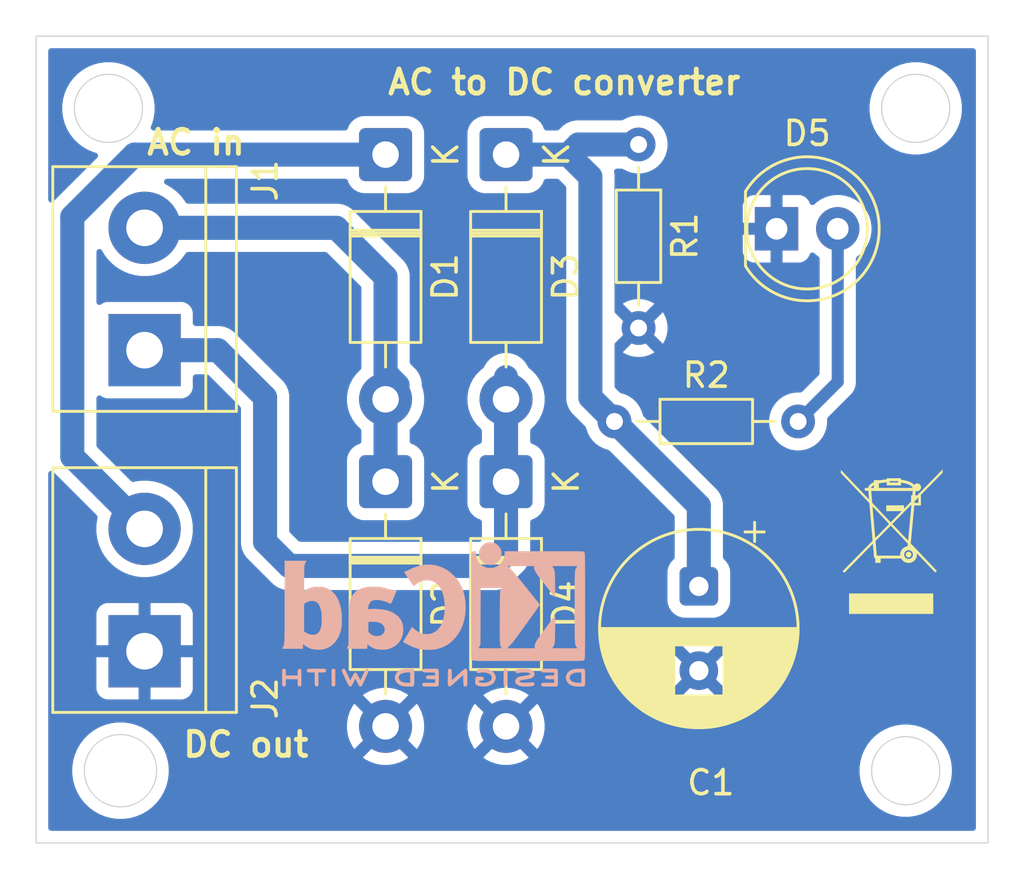
<source format=kicad_pcb>
(kicad_pcb (version 20241229) (generator "pcbnew") (generator_version "9.0")
  (layers (0 "F.Cu" signal) (2 "B.Cu" signal) (13 "F.Paste" user) (15 "B.Paste" user) (5 "F.SilkS" user "F.Silkscreen") (7 "B.SilkS" user "B.Silkscreen") (1 "F.Mask" user) (3 "B.Mask" user) (25 "Edge.Cuts" user))
  (net 0 "")
  (net 1 "/+VE")
  (net 2 "GND")
  (net 3 "Net-(D1-A)")
  (net 4 "Net-(D3-A)")
  (net 5 "Net-(D5-A)")
  (footprint "Resistor_THT:R_Axial_DIN0204_L3.6mm_D1.6mm_P7.62mm_Horizontal" (layer "F.Cu") (at 143.5 96.5)
    (property "Reference" "R2" (at 3.81 -1.92 0) (layer "F.SilkS"))
    (property "Value" "2.2K")
    (pad "1" thru_hole circle (at 0 0) (size 1.4 1.4) (drill 0.7) (layers "*.Cu" "*.Mask") (net 1 "/+VE"))
    (pad "2" thru_hole circle (at 7.62 0) (size 1.4 1.4) (drill 0.7) (layers "*.Cu" "*.Mask") (net 5 "Net-(D5-A)"))
  )
  (footprint "TerminalBlock:TerminalBlock_bornier-2_P5.08mm" (layer "F.Cu") (at 124 93.54 90)
    (property "Reference" "J1" (at 7.04 5 90) (layer "F.SilkS"))
    (property "Value" "Screw_Terminal_01x02")
    (pad "1" thru_hole rect (at 0 0 90) (size 3 3) (drill 1.52) (layers "*.Cu" "*.Mask") (net 4 "Net-(D3-A)"))
    (pad "2" thru_hole circle (at 5.08 0 90) (size 3 3) (drill 1.52) (layers "*.Cu" "*.Mask") (net 3 "Net-(D1-A)"))
  )
  (footprint "Resistor_THT:R_Axial_DIN0204_L3.6mm_D1.6mm_P7.62mm_Horizontal" (layer "F.Cu") (at 144.5 85 -90)
    (property "Reference" "R1" (at 3.81 -1.92 90) (layer "F.SilkS"))
    (property "Value" "10K")
    (pad "1" thru_hole circle (at 0 0 270) (size 1.4 1.4) (drill 0.7) (layers "*.Cu" "*.Mask") (net 1 "/+VE"))
    (pad "2" thru_hole circle (at 7.62 0 270) (size 1.4 1.4) (drill 0.7) (layers "*.Cu" "*.Mask") (net 2 "GND"))
  )
  (footprint "LED_THT:LED_D5.0mm" (layer "F.Cu") (at 150.225 88.5)
    (property "Reference" "D5" (at 1.27 -3.96 0) (layer "F.SilkS"))
    (property "Value" "LED")
    (pad "1" thru_hole rect (at 0 0) (size 1.8 1.8) (drill 0.9) (layers "*.Cu" "*.Mask") (net 2 "GND"))
    (pad "2" thru_hole circle (at 2.54 0) (size 1.8 1.8) (drill 0.9) (layers "*.Cu" "*.Mask") (net 5 "Net-(D5-A)"))
  )
  (footprint "Diode_THT:D_DO-41_SOD81_P10.16mm_Horizontal" (layer "F.Cu") (at 139 99 -90)
    (property "Reference" "D4" (at 5.08 -2.47 90) (layer "F.SilkS"))
    (property "Value" "1N4007")
    (fp_text user "K" (at 0 -2.5 90) (layer "F.SilkS"))
    (pad "1" thru_hole roundrect (at 0 0 270) (size 2.2 2.2) (drill 1.1) (layers "*.Cu" "*.Mask") (roundrect_rratio 0.113636) (net 4 "Net-(D3-A)"))
    (pad "2" thru_hole circle (at 10.16 0 270) (size 2.2 2.2) (drill 1.1) (layers "*.Cu" "*.Mask") (net 2 "GND"))
  )
  (footprint "Diode_THT:D_DO-41_SOD81_P10.16mm_Horizontal" (layer "F.Cu") (at 134 85.42 -90)
    (property "Reference" "D1" (at 5.08 -2.47 90) (layer "F.SilkS"))
    (property "Value" "1N4007")
    (fp_text user "K" (at 0 -2.5 90) (layer "F.SilkS"))
    (pad "1" thru_hole roundrect (at 0 0 270) (size 2.2 2.2) (drill 1.1) (layers "*.Cu" "*.Mask") (roundrect_rratio 0.113636) (net 1 "/+VE"))
    (pad "2" thru_hole circle (at 10.16 0 270) (size 2.2 2.2) (drill 1.1) (layers "*.Cu" "*.Mask") (net 3 "Net-(D1-A)"))
  )
  (footprint "Diode_THT:D_DO-41_SOD81_P10.16mm_Horizontal" (layer "F.Cu") (at 134 99 -90)
    (property "Reference" "D2" (at 5.08 -2.47 90) (layer "F.SilkS"))
    (property "Value" "1N4007")
    (fp_text user "K" (at 0 -2.5 90) (layer "F.SilkS"))
    (pad "1" thru_hole roundrect (at 0 0 270) (size 2.2 2.2) (drill 1.1) (layers "*.Cu" "*.Mask") (roundrect_rratio 0.113636) (net 3 "Net-(D1-A)"))
    (pad "2" thru_hole circle (at 10.16 0 270) (size 2.2 2.2) (drill 1.1) (layers "*.Cu" "*.Mask") (net 2 "GND"))
  )
  (footprint "Symbol:WEEE-Logo_4.2x6mm_SilkScreen" (layer "F.Cu") (at 155 101.5)
    (property "Reference" "REF**" (hide yes))
    (property "Value" "WEEE-Logo_4.2x6mm_SilkScreen" (hide yes))
  )
  (footprint "Diode_THT:D_DO-41_SOD81_P10.16mm_Horizontal" (layer "F.Cu") (at 139 85.42 -90)
    (property "Reference" "D3" (at 5.08 -2.47 90) (layer "F.SilkS"))
    (property "Value" "1N4007")
    (fp_text user "K" (at 0 -2.1 90) (layer "F.SilkS"))
    (pad "1" thru_hole roundrect (at 0 0 270) (size 2.2 2.2) (drill 1.1) (layers "*.Cu" "*.Mask") (roundrect_rratio 0.113636) (net 1 "/+VE"))
    (pad "2" thru_hole circle (at 10.16 0 270) (size 2.2 2.2) (drill 1.1) (layers "*.Cu" "*.Mask") (net 4 "Net-(D3-A)"))
  )
  (footprint "TerminalBlock:TerminalBlock_bornier-2_P5.08mm" (layer "F.Cu") (at 124 106.04 90)
    (property "Reference" "J2" (at -1.96 5 90) (layer "F.SilkS"))
    (property "Value" "Screw_Terminal_01x02")
    (pad "1" thru_hole rect (at 0 0 90) (size 3 3) (drill 1.52) (layers "*.Cu" "*.Mask") (net 2 "GND"))
    (pad "2" thru_hole circle (at 5.08 0 90) (size 3 3) (drill 1.52) (layers "*.Cu" "*.Mask") (net 1 "/+VE"))
  )
  (footprint "Capacitor_THT:CP_Radial_D8.0mm_P3.50mm" (layer "F.Cu") (at 147 103.347349 -90)
    (property "Reference" "C1" (at 8.152651 -0.5 0) (layer "F.SilkS"))
    (property "Value" "1000uF")
    (pad "1" thru_hole roundrect (at 0 0 270) (size 1.6 1.6) (drill 0.8) (layers "*.Cu" "*.Mask") (roundrect_rratio 0.15625) (net 1 "/+VE"))
    (pad "2" thru_hole circle (at 3.5 0 270) (size 1.6 1.6) (drill 0.8) (layers "*.Cu" "*.Mask") (net 2 "GND"))
  )
  (footprint "Symbol:KiCad-Logo2_5mm_SilkScreen" (layer "B.Cu") (at 136 104.5 180)
    (property "Reference" "REF**" (hide yes))
    (property "Value" "KiCad-Logo2_5mm_SilkScreen" (hide yes))
  )
  (gr_rect (start 119.5 80.5) (end 159 114) (stroke (width 0.05)) (fill no) (layer "Edge.Cuts"))
  (gr_circle (center 156 83.5) (end 157 84.5) (stroke (width 0.05)) (fill no) (layer "Edge.Cuts"))
  (gr_circle (center 122.5 83.5) (end 123.5 84.5) (stroke (width 0.05)) (fill no) (layer "Edge.Cuts"))
  (gr_circle (center 123 111) (end 123 112.5) (stroke (width 0.05)) (fill no) (layer "Edge.Cuts"))
  (gr_circle (center 155.585786 111) (end 156.585786 112) (stroke (width 0.05)) (fill no) (layer "Edge.Cuts"))
  (gr_text "AC to DC converter" (at 134 83 0) (layer "F.SilkS") (effects (font (size 1 1) (thickness 0.2) (bold yes)) (justify left bottom)))
  (gr_text "DC out" (at 125.5 110.5 0) (layer "F.SilkS") (effects (font (size 1 1) (thickness 0.2) (bold yes)) (justify left bottom)))
  (gr_text "AC in" (at 124 85.5 0) (layer "F.SilkS") (effects (font (size 1 1) (thickness 0.2) (bold yes)) (justify left bottom)))
  (segment (start 124 100.96) (end 121 97.96) (width 1) (layer "B.Cu") (net 1))
  (segment (start 139 85.42) (end 141.58 85.42) (width 1) (layer "B.Cu") (net 1))
  (segment (start 121 97.96) (end 121 88) (width 1) (layer "B.Cu") (net 1))
  (segment (start 143.5 96.5) (end 142.5 95.5) (width 1) (layer "B.Cu") (net 1))
  (segment (start 147 100) (end 143.5 96.5) (width 1) (layer "B.Cu") (net 1))
  (segment (start 142.5 86.34) (end 141.58 85.42) (width 1) (layer "B.Cu") (net 1))
  (segment (start 121 88) (end 123.58 85.42) (width 1) (layer "B.Cu") (net 1))
  (segment (start 147 103.347349) (end 147 100) (width 1) (layer "B.Cu") (net 1))
  (segment (start 142 85) (end 144.5 85) (width 1) (layer "B.Cu") (net 1))
  (segment (start 142.5 95.5) (end 142.5 86.34) (width 1) (layer "B.Cu") (net 1))
  (segment (start 141.58 85.42) (end 142 85) (width 1) (layer "B.Cu") (net 1))
  (segment (start 123.58 85.42) (end 134 85.42) (width 1) (layer "B.Cu") (net 1))
  (segment (start 134.166667 94.666667) (end 134.166667 94.66) (width 1) (layer "B.Cu") (net 3))
  (segment (start 131.96 88.46) (end 134 90.5) (width 1) (layer "B.Cu") (net 3))
  (segment (start 134 99) (end 134 94.66) (width 1) (layer "B.Cu") (net 3))
  (segment (start 124 88.46) (end 131.96 88.46) (width 1) (layer "B.Cu") (net 3))
  (segment (start 134 90.5) (end 134 94.66) (width 1) (layer "B.Cu") (net 3))
  (segment (start 134.166667 94.666667) (end 134.5 95) (width 1) (layer "B.Cu") (net 3))
  (segment (start 127.04 93.54) (end 129 95.5) (width 1) (layer "B.Cu") (net 4))
  (segment (start 129 95.5) (end 129 101.5) (width 1) (layer "B.Cu") (net 4))
  (segment (start 138.5 102.5) (end 139 102) (width 1) (layer "B.Cu") (net 4))
  (segment (start 124 93.54) (end 124.46 93.54) (width 1) (layer "B.Cu") (net 4))
  (segment (start 139 102) (end 139 99) (width 1) (layer "B.Cu") (net 4))
  (segment (start 129 101.5) (end 130 102.5) (width 1) (layer "B.Cu") (net 4))
  (segment (start 139 99) (end 139 94.66) (width 1) (layer "B.Cu") (net 4))
  (segment (start 130 102.5) (end 138.5 102.5) (width 1) (layer "B.Cu") (net 4))
  (segment (start 124 93.54) (end 127.04 93.54) (width 1) (layer "B.Cu") (net 4))
  (segment (start 152.765 94.855) (end 151.12 96.5) (width 0.5) (layer "B.Cu") (net 5))
  (segment (start 152.765 88.5) (end 152.765 94.855) (width 0.5) (layer "B.Cu") (net 5))
  (zone (net 2) (net_name "GND") (layer "B.Cu") (connect_pads (clearance 0.5)) (min_thickness 0.25) (fill yes (thermal_gap 0.5) (thermal_bridge_width 0.5))
    (polygon (pts (xy 118 79) (xy 160.5 79) (xy 160.5 115.5) (xy 118 115.5)))
  )
)
</source>
